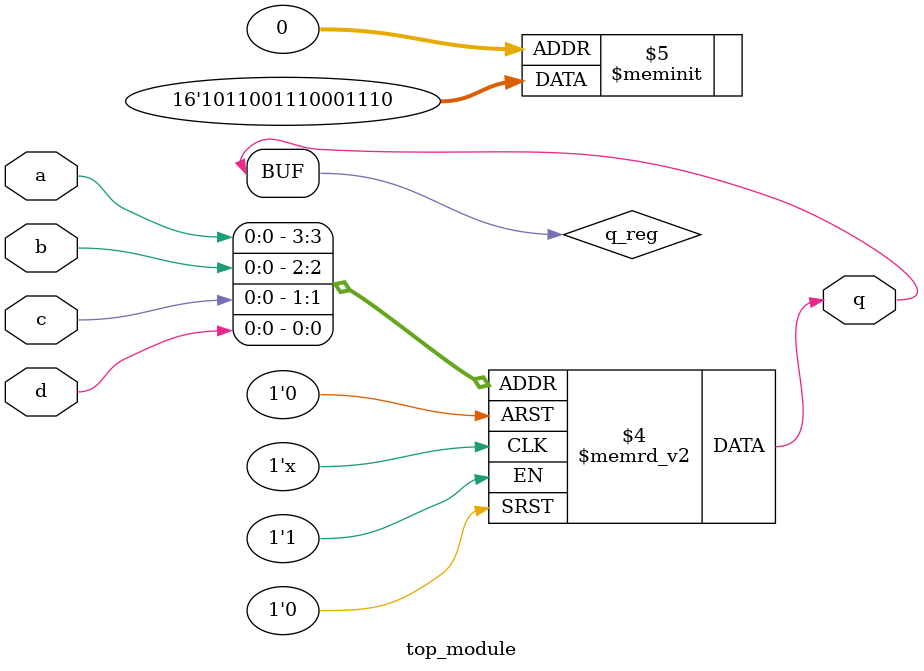
<source format=sv>
module top_module (
    input a,
    input b,
    input c,
    input d,
    output q
);

    reg q_reg;

    always @(*) begin
        case ({a, b, c, d})
            4'b0000: q_reg = 1'b0;
            4'b0001: q_reg = 1'b1;
            4'b0010: q_reg = 1'b1;
            4'b0011: q_reg = 1'b1;
            4'b0100: q_reg = 1'b0;
            4'b0101: q_reg = 1'b0;
            4'b0110: q_reg = 1'b0;
            4'b0111: q_reg = 1'b1;
            4'b1000: q_reg = 1'b1;
            4'b1001: q_reg = 1'b1;
            4'b1010: q_reg = 1'b0;
            4'b1011: q_reg = 1'b0;
            4'b1100: q_reg = 1'b1;
            4'b1101: q_reg = 1'b1;
            4'b1110: q_reg = 1'b0;
            4'b1111: q_reg = 1'b1;
        endcase
    end

    assign q = q_reg;

endmodule

</source>
